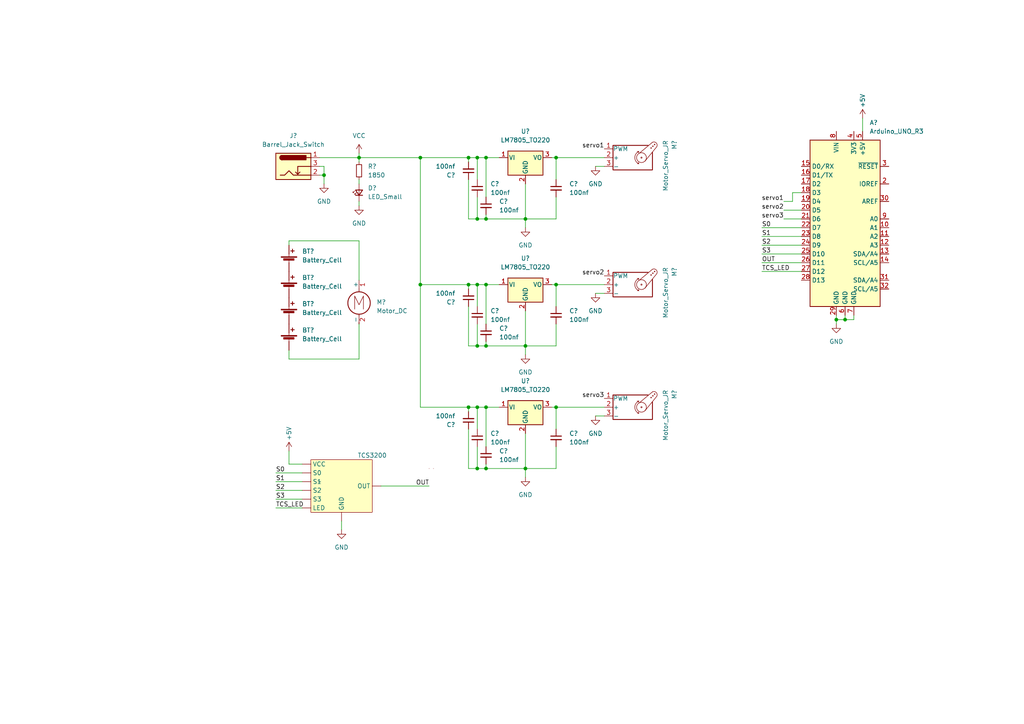
<source format=kicad_sch>
(kicad_sch (version 20230121) (generator eeschema)
  (paper "A4")
  (lib_symbols
    (symbol "Connector:Barrel_Jack_Switch" (pin_names hide)
      (property "Reference" "J" (at 0 5.334 0))
      (property "Value" "Barrel_Jack_Switch" (at 0 -5.08 0))
      (symbol "Barrel_Jack_Switch_0_1"
        (rectangle (start -5.08 3.81) (end 5.08 -3.81) (stroke (width 0.254)) (fill (type background)))
        (arc (start -3.302 3.175) (mid -3.9343 2.54) (end -3.302 1.905) (stroke (width 0.254)))
        (arc (start -3.302 3.175) (mid -3.9343 2.54) (end -3.302 1.905) (stroke (width 0.254)) (fill (type outline)))
        (polyline (pts (xy 1.27 -2.286) (xy 1.905 -1.651)) (stroke (width 0.254)))
        (polyline (pts (xy 5.08 2.54) (xy 3.81 2.54)) (stroke (width 0.254)))
        (polyline (pts (xy 5.08 0) (xy 1.27 0) (xy 1.27 -2.286) (xy 0.635 -1.651)) (stroke (width 0.254)))
        (polyline (pts (xy -3.81 -2.54) (xy -2.54 -2.54) (xy -1.27 -1.27) (xy 0 -2.54) (xy 2.54 -2.54) (xy 5.08 -2.54)) (stroke (width 0.254)))
        (rectangle (start 3.683 3.175) (end -3.302 1.905) (stroke (width 0.254)) (fill (type outline)))
      )
      (symbol "Barrel_Jack_Switch_1_1"
        (pin passive line (at 7.62 2.54 180) (length 2.54) (name "~") (number "1"))
        (pin passive line (at 7.62 -2.54 180) (length 2.54) (name "~") (number "2"))
        (pin passive line (at 7.62 0 180) (length 2.54) (name "~") (number "3"))
      )
    )
    (symbol "Device:Battery_Cell" (pin_numbers hide) (pin_names (offset 0) hide)
      (property "Reference" "BT" (at 2.54 2.54 0))
      (property "Value" "Battery_Cell" (at 2.54 0 0))
      (symbol "Battery_Cell_0_1"
        (rectangle (start -2.286 1.778) (end 2.286 1.524) (fill (type outline)))
        (rectangle (start -1.5748 1.1938) (end 1.4732 0.6858) (fill (type outline)))
        (polyline (pts (xy 0 0.762) (xy 0 0)))
        (polyline (pts (xy 0 1.778) (xy 0 2.54)))
        (polyline (pts (xy 0.508 3.429) (xy 1.524 3.429)) (stroke (width 0.254)))
        (polyline (pts (xy 1.016 3.937) (xy 1.016 2.921)) (stroke (width 0.254)))
      )
      (symbol "Battery_Cell_1_1"
        (pin passive line (at 0 5.08 270) (length 2.54) (name "+") (number "1"))
        (pin passive line (at 0 -2.54 90) (length 2.54) (name "-") (number "2"))
      )
    )
    (symbol "Device:C_Small" (pin_numbers hide) (pin_names (offset 0.254) hide)
      (property "Reference" "C" (at 0.254 1.778 0))
      (property "Value" "C_Small" (at 0.254 -2.032 0))
      (symbol "C_Small_0_1"
        (polyline (pts (xy -1.524 -0.508) (xy 1.524 -0.508)) (stroke (width 0.3302)))
        (polyline (pts (xy -1.524 0.508) (xy 1.524 0.508)) (stroke (width 0.3048)))
      )
      (symbol "C_Small_1_1"
        (pin passive line (at 0 2.54 270) (length 2.032) (name "~") (number "1"))
        (pin passive line (at 0 -2.54 90) (length 2.032) (name "~") (number "2"))
      )
    )
    (symbol "Device:LED_Small" (pin_numbers hide) (pin_names (offset 0.254) hide)
      (property "Reference" "D" (at -1.27 3.175 0))
      (property "Value" "LED_Small" (at -4.445 -2.54 0))
      (symbol "LED_Small_0_1"
        (polyline (pts (xy -0.762 -1.016) (xy -0.762 1.016)) (stroke (width 0.254)))
        (polyline (pts (xy 1.016 0) (xy -0.762 0)))
        (polyline (pts (xy 0.762 -1.016) (xy -0.762 0) (xy 0.762 1.016) (xy 0.762 -1.016)) (stroke (width 0.254)))
        (polyline (pts (xy 0 0.762) (xy -0.508 1.27) (xy -0.254 1.27) (xy -0.508 1.27) (xy -0.508 1.016)))
        (polyline (pts (xy 0.508 1.27) (xy 0 1.778) (xy 0.254 1.778) (xy 0 1.778) (xy 0 1.524)))
      )
      (symbol "LED_Small_1_1"
        (pin passive line (at -2.54 0 0) (length 1.778) (name "K") (number "1"))
        (pin passive line (at 2.54 0 180) (length 1.778) (name "A") (number "2"))
      )
    )
    (symbol "Device:R_Small" (pin_numbers hide) (pin_names (offset 0.254) hide)
      (property "Reference" "R" (at 0.762 0.508 0))
      (property "Value" "R_Small" (at 0.762 -1.016 0))
      (symbol "R_Small_0_1"
        (rectangle (start -0.762 1.778) (end 0.762 -1.778) (stroke (width 0.2032)))
      )
      (symbol "R_Small_1_1"
        (pin passive line (at 0 2.54 270) (length 0.762) (name "~") (number "1"))
        (pin passive line (at 0 -2.54 90) (length 0.762) (name "~") (number "2"))
      )
    )
    (symbol "MCU_Module:Arduino_UNO_R3"
      (property "Reference" "A" (at -10.16 23.495 0))
      (property "Value" "Arduino_UNO_R3" (at 5.08 -26.67 0))
      (symbol "Arduino_UNO_R3_0_1"
        (rectangle (start -10.16 22.86) (end 10.16 -25.4) (stroke (width 0.254)) (fill (type background)))
      )
      (symbol "Arduino_UNO_R3_1_1"
        (pin no_connect line (at -10.16 -20.32 0) (length 2.54) hide (name "NC") (number "1"))
        (pin bidirectional line (at 12.7 -2.54 180) (length 2.54) (name "A1") (number "10"))
        (pin bidirectional line (at 12.7 -5.08 180) (length 2.54) (name "A2") (number "11"))
        (pin bidirectional line (at 12.7 -7.62 180) (length 2.54) (name "A3") (number "12"))
        (pin bidirectional line (at 12.7 -10.16 180) (length 2.54) (name "SDA/A4") (number "13"))
        (pin bidirectional line (at 12.7 -12.7 180) (length 2.54) (name "SCL/A5") (number "14"))
        (pin bidirectional line (at -12.7 15.24 0) (length 2.54) (name "D0/RX") (number "15"))
        (pin bidirectional line (at -12.7 12.7 0) (length 2.54) (name "D1/TX") (number "16"))
        (pin bidirectional line (at -12.7 10.16 0) (length 2.54) (name "D2") (number "17"))
        (pin bidirectional line (at -12.7 7.62 0) (length 2.54) (name "D3") (number "18"))
        (pin bidirectional line (at -12.7 5.08 0) (length 2.54) (name "D4") (number "19"))
        (pin output line (at 12.7 10.16 180) (length 2.54) (name "IOREF") (number "2"))
        (pin bidirectional line (at -12.7 2.54 0) (length 2.54) (name "D5") (number "20"))
        (pin bidirectional line (at -12.7 0 0) (length 2.54) (name "D6") (number "21"))
        (pin bidirectional line (at -12.7 -2.54 0) (length 2.54) (name "D7") (number "22"))
        (pin bidirectional line (at -12.7 -5.08 0) (length 2.54) (name "D8") (number "23"))
        (pin bidirectional line (at -12.7 -7.62 0) (length 2.54) (name "D9") (number "24"))
        (pin bidirectional line (at -12.7 -10.16 0) (length 2.54) (name "D10") (number "25"))
        (pin bidirectional line (at -12.7 -12.7 0) (length 2.54) (name "D11") (number "26"))
        (pin bidirectional line (at -12.7 -15.24 0) (length 2.54) (name "D12") (number "27"))
        (pin bidirectional line (at -12.7 -17.78 0) (length 2.54) (name "D13") (number "28"))
        (pin power_in line (at -2.54 -27.94 90) (length 2.54) (name "GND") (number "29"))
        (pin input line (at 12.7 15.24 180) (length 2.54) (name "~{RESET}") (number "3"))
        (pin input line (at 12.7 5.08 180) (length 2.54) (name "AREF") (number "30"))
        (pin bidirectional line (at 12.7 -17.78 180) (length 2.54) (name "SDA/A4") (number "31"))
        (pin bidirectional line (at 12.7 -20.32 180) (length 2.54) (name "SCL/A5") (number "32"))
        (pin power_out line (at 2.54 25.4 270) (length 2.54) (name "3V3") (number "4"))
        (pin power_out line (at 5.08 25.4 270) (length 2.54) (name "+5V") (number "5"))
        (pin power_in line (at 0 -27.94 90) (length 2.54) (name "GND") (number "6"))
        (pin power_in line (at 2.54 -27.94 90) (length 2.54) (name "GND") (number "7"))
        (pin power_in line (at -2.54 25.4 270) (length 2.54) (name "VIN") (number "8"))
        (pin bidirectional line (at 12.7 0 180) (length 2.54) (name "A0") (number "9"))
      )
    )
    (symbol "Motor:Motor_DC" (pin_names (offset 0))
      (property "Reference" "M" (at 2.54 2.54 0))
      (property "Value" "Motor_DC" (at 2.54 -5.08 0))
      (symbol "Motor_DC_0_0"
        (polyline (pts (xy -1.27 -3.302) (xy -1.27 0.508) (xy 0 -2.032) (xy 1.27 0.508) (xy 1.27 -3.302)))
      )
      (symbol "Motor_DC_0_1"
        (circle (center 0 -1.524) (radius 3.2512) (stroke (width 0.254)))
        (polyline (pts (xy 0 -7.62) (xy 0 -7.112)))
        (polyline (pts (xy 0 -4.7752) (xy 0 -5.1816)))
        (polyline (pts (xy 0 1.7272) (xy 0 2.0828)))
        (polyline (pts (xy 0 2.032) (xy 0 2.54)))
      )
      (symbol "Motor_DC_1_1"
        (pin passive line (at 0 5.08 270) (length 2.54) (name "+") (number "1"))
        (pin passive line (at 0 -7.62 90) (length 2.54) (name "-") (number "2"))
      )
    )
    (symbol "Motor:Motor_Servo_JR" (pin_names (offset 0.0254))
      (property "Reference" "M" (at -5.08 4.445 0))
      (property "Value" "Motor_Servo_JR" (at -5.08 -4.064 0))
      (symbol "Motor_Servo_JR_0_1"
        (polyline (pts (xy 2.413 -1.778) (xy 2.032 -1.778)))
        (polyline (pts (xy 2.413 -1.778) (xy 2.286 -1.397)))
        (polyline (pts (xy 2.413 1.778) (xy 1.905 1.778)))
        (polyline (pts (xy 2.413 1.778) (xy 2.286 1.397)))
        (polyline (pts (xy 6.35 4.445) (xy 2.54 1.27)))
        (polyline (pts (xy 7.62 3.175) (xy 4.191 -1.016)))
        (polyline (pts (xy 5.08 3.556) (xy -5.08 3.556) (xy -5.08 -3.556) (xy 6.35 -3.556) (xy 6.35 1.524)) (stroke (width 0.254)))
        (arc (start 2.413 1.778) (mid 1.2406 0) (end 2.413 -1.778))
        (circle (center 3.175 0) (radius 0.1778))
        (circle (center 3.175 0) (radius 1.4224))
        (circle (center 5.969 2.794) (radius 0.127))
        (circle (center 6.477 3.302) (radius 0.127))
        (circle (center 6.985 3.81) (radius 0.127))
        (arc (start 7.62 3.175) (mid 7.4485 4.2735) (end 6.35 4.445))
      )
      (symbol "Motor_Servo_JR_1_1"
        (pin passive line (at -7.62 2.54 0) (length 2.54) (name "PWM") (number "1"))
        (pin passive line (at -7.62 0 0) (length 2.54) (name "+") (number "2"))
        (pin passive line (at -7.62 -2.54 0) (length 2.54) (name "-") (number "3"))
      )
    )
    (symbol "Regulator_Linear:LM7805_TO220" (pin_names (offset 0.254))
      (property "Reference" "U" (at -3.81 3.175 0))
      (property "Value" "LM7805_TO220" (at 0 3.175 0))
      (symbol "LM7805_TO220_0_1"
        (rectangle (start -5.08 1.905) (end 5.08 -5.08) (stroke (width 0.254)) (fill (type background)))
      )
      (symbol "LM7805_TO220_1_1"
        (pin power_in line (at -7.62 0 0) (length 2.54) (name "VI") (number "1"))
        (pin power_in line (at 0 -7.62 90) (length 2.54) (name "GND") (number "2"))
        (pin power_out line (at 7.62 0 180) (length 2.54) (name "VO") (number "3"))
      )
    )
    (symbol "Sensor:TCS3200"
      (property "Reference" "TCS3200" (at 6.35 7.62 0))
      (symbol "TCS3200_0_1"
        (rectangle (start 31.75 3.81) (end 31.75 3.81))
        (rectangle (start 33.02 3.81) (end 33.02 3.81))
      )
      (symbol "TCS3200_1_1"
        (rectangle (start -2.54 6.35) (end 15.24 -8.89) (fill (type background)))
        (pin power_in line (at 6.35 -11.43 90) (length 2.54) (name "GND") (number ""))
        (pin input line (at -5.08 -7.62 0) (length 2.54) (name "LED") (number ""))
        (pin output line (at 17.78 -1.27 180) (length 2.54) (name "OUT") (number ""))
        (pin input line (at -5.08 2.54 0) (length 2.54) (name "S0") (number ""))
        (pin input line (at -5.08 0 0) (length 2.54) (name "S1") (number ""))
        (pin input line (at -5.08 -2.54 0) (length 2.54) (name "S2") (number ""))
        (pin input line (at -5.08 -5.08 0) (length 2.54) (name "S3") (number ""))
        (pin power_in line (at -5.08 5.08 0) (length 2.54) (name "VCC") (number ""))
      )
    )
    (symbol "power:+5V" (power) (pin_names (offset 0))
      (property "Value" "+5V" (at 0 3.556 0))
      (symbol "+5V_0_1"
        (polyline (pts (xy -0.762 1.27) (xy 0 2.54)))
        (polyline (pts (xy 0 0) (xy 0 2.54)))
        (polyline (pts (xy 0 2.54) (xy 0.762 1.27)))
      )
      (symbol "+5V_1_1"
        (pin power_in line (at 0 0 90) (length 0) hide (name "+5V") (number "1"))
      )
    )
    (symbol "power:GND" (power) (pin_names (offset 0))
      (property "Value" "GND" (at 0 -3.81 0))
      (symbol "GND_0_1"
        (polyline (pts (xy 0 0) (xy 0 -1.27) (xy 1.27 -1.27) (xy 0 -2.54) (xy -1.27 -1.27) (xy 0 -1.27)))
      )
      (symbol "GND_1_1"
        (pin power_in line (at 0 0 270) (length 0) hide (name "GND") (number "1"))
      )
    )
    (symbol "power:VCC" (power) (pin_names (offset 0))
      (property "Value" "VCC" (at 0 3.81 0))
      (symbol "VCC_0_1"
        (polyline (pts (xy -0.762 1.27) (xy 0 2.54)))
        (polyline (pts (xy 0 0) (xy 0 2.54)))
        (polyline (pts (xy 0 2.54) (xy 0.762 1.27)))
      )
      (symbol "VCC_1_1"
        (pin power_in line (at 0 0 90) (length 0) hide (name "VCC") (number "1"))
      )
    )
  )
  (junction (at 161.29 118.11))
  (junction (at 138.43 45.72))
  (junction (at 140.97 100.33))
  (junction (at 152.4 100.33))
  (junction (at 152.4 63.5))
  (junction (at 140.97 118.11))
  (junction (at 104.14 45.72))
  (junction (at 121.92 82.55))
  (junction (at 135.89 82.55))
  (junction (at 138.43 118.11))
  (junction (at 140.97 82.55))
  (junction (at 245.11 92.71))
  (junction (at 138.43 82.55))
  (junction (at 140.97 63.5))
  (junction (at 138.43 63.5))
  (junction (at 152.4 135.89))
  (junction (at 140.97 45.72))
  (junction (at 135.89 118.11))
  (junction (at 138.43 100.33))
  (junction (at 138.43 135.89))
  (junction (at 161.29 45.72))
  (junction (at 242.57 92.71))
  (junction (at 121.92 45.72))
  (junction (at 93.98 50.8))
  (junction (at 161.29 82.55))
  (junction (at 135.89 45.72))
  (junction (at 140.97 135.89))
  (wire (pts (xy 140.97 135.89) (xy 140.97 134.62)))
  (wire (pts (xy 135.89 118.11) (xy 135.89 119.38)))
  (wire (pts (xy 121.92 118.11) (xy 121.92 82.55)))
  (wire (pts (xy 220.98 71.12) (xy 232.41 71.12)))
  (wire (pts (xy 93.98 48.26) (xy 93.98 50.8)))
  (wire (pts (xy 160.02 45.72) (xy 161.29 45.72)))
  (wire (pts (xy 161.29 135.89) (xy 152.4 135.89)))
  (wire (pts (xy 220.98 76.2) (xy 232.41 76.2)))
  (wire (pts (xy 220.98 68.58) (xy 232.41 68.58)))
  (wire (pts (xy 229.87 58.42) (xy 229.87 55.88)))
  (wire (pts (xy 160.02 118.11) (xy 161.29 118.11)))
  (wire (pts (xy 83.82 71.12) (xy 83.82 69.85)))
  (wire (pts (xy 138.43 82.55) (xy 138.43 88.9)))
  (wire (pts (xy 135.89 82.55) (xy 121.92 82.55)))
  (wire (pts (xy 140.97 45.72) (xy 144.78 45.72)))
  (wire (pts (xy 104.14 53.34) (xy 104.14 52.07)))
  (wire (pts (xy 172.72 48.26) (xy 175.26 48.26)))
  (wire (pts (xy 161.29 45.72) (xy 175.26 45.72)))
  (wire (pts (xy 172.72 85.09) (xy 175.26 85.09)))
  (wire (pts (xy 83.82 101.6) (xy 83.82 104.14)))
  (wire (pts (xy 104.14 59.69) (xy 104.14 58.42)))
  (wire (pts (xy 135.89 135.89) (xy 138.43 135.89)))
  (wire (pts (xy 93.98 50.8) (xy 93.98 53.34)))
  (wire (pts (xy 110.49 140.97) (xy 124.46 140.97)))
  (wire (pts (xy 161.29 45.72) (xy 161.29 52.07)))
  (wire (pts (xy 135.89 100.33) (xy 138.43 100.33)))
  (wire (pts (xy 80.01 142.24) (xy 87.63 142.24)))
  (wire (pts (xy 161.29 118.11) (xy 175.26 118.11)))
  (wire (pts (xy 242.57 92.71) (xy 242.57 91.44)))
  (wire (pts (xy 138.43 118.11) (xy 138.43 124.46)))
  (wire (pts (xy 245.11 92.71) (xy 247.65 92.71)))
  (wire (pts (xy 220.98 73.66) (xy 232.41 73.66)))
  (wire (pts (xy 152.4 53.34) (xy 152.4 63.5)))
  (wire (pts (xy 140.97 118.11) (xy 140.97 129.54)))
  (wire (pts (xy 152.4 125.73) (xy 152.4 135.89)))
  (wire (pts (xy 242.57 92.71) (xy 245.11 92.71)))
  (wire (pts (xy 247.65 91.44) (xy 247.65 92.71)))
  (wire (pts (xy 140.97 82.55) (xy 140.97 93.98)))
  (wire (pts (xy 227.33 63.5) (xy 232.41 63.5)))
  (wire (pts (xy 161.29 93.98) (xy 161.29 100.33)))
  (wire (pts (xy 104.14 45.72) (xy 121.92 45.72)))
  (wire (pts (xy 104.14 104.14) (xy 104.14 93.98)))
  (wire (pts (xy 140.97 82.55) (xy 144.78 82.55)))
  (wire (pts (xy 83.82 104.14) (xy 104.14 104.14)))
  (wire (pts (xy 152.4 100.33) (xy 140.97 100.33)))
  (wire (pts (xy 160.02 82.55) (xy 161.29 82.55)))
  (wire (pts (xy 138.43 118.11) (xy 140.97 118.11)))
  (wire (pts (xy 227.33 58.42) (xy 229.87 58.42)))
  (wire (pts (xy 161.29 118.11) (xy 161.29 124.46)))
  (wire (pts (xy 138.43 45.72) (xy 140.97 45.72)))
  (wire (pts (xy 99.06 151.13) (xy 99.06 153.67)))
  (wire (pts (xy 138.43 63.5) (xy 140.97 63.5)))
  (wire (pts (xy 172.72 120.65) (xy 175.26 120.65)))
  (wire (pts (xy 138.43 57.15) (xy 138.43 63.5)))
  (wire (pts (xy 161.29 63.5) (xy 152.4 63.5)))
  (wire (pts (xy 220.98 66.04) (xy 232.41 66.04)))
  (wire (pts (xy 135.89 88.9) (xy 135.89 100.33)))
  (wire (pts (xy 121.92 82.55) (xy 121.92 45.72)))
  (wire (pts (xy 104.14 44.45) (xy 104.14 45.72)))
  (wire (pts (xy 104.14 69.85) (xy 104.14 81.28)))
  (wire (pts (xy 152.4 66.04) (xy 152.4 63.5)))
  (wire (pts (xy 135.89 45.72) (xy 138.43 45.72)))
  (wire (pts (xy 161.29 82.55) (xy 175.26 82.55)))
  (wire (pts (xy 250.19 34.29) (xy 250.19 38.1)))
  (wire (pts (xy 152.4 102.87) (xy 152.4 100.33)))
  (wire (pts (xy 80.01 137.16) (xy 87.63 137.16)))
  (wire (pts (xy 152.4 90.17) (xy 152.4 100.33)))
  (wire (pts (xy 135.89 118.11) (xy 121.92 118.11)))
  (wire (pts (xy 161.29 57.15) (xy 161.29 63.5)))
  (wire (pts (xy 220.98 78.74) (xy 232.41 78.74)))
  (wire (pts (xy 121.92 45.72) (xy 135.89 45.72)))
  (wire (pts (xy 140.97 63.5) (xy 140.97 62.23)))
  (wire (pts (xy 135.89 82.55) (xy 135.89 83.82)))
  (wire (pts (xy 92.71 45.72) (xy 104.14 45.72)))
  (wire (pts (xy 104.14 45.72) (xy 104.14 46.99)))
  (wire (pts (xy 138.43 100.33) (xy 140.97 100.33)))
  (wire (pts (xy 138.43 93.98) (xy 138.43 100.33)))
  (wire (pts (xy 135.89 124.46) (xy 135.89 135.89)))
  (wire (pts (xy 140.97 118.11) (xy 144.78 118.11)))
  (wire (pts (xy 135.89 118.11) (xy 138.43 118.11)))
  (wire (pts (xy 135.89 63.5) (xy 138.43 63.5)))
  (wire (pts (xy 161.29 100.33) (xy 152.4 100.33)))
  (wire (pts (xy 138.43 135.89) (xy 140.97 135.89)))
  (wire (pts (xy 242.57 93.98) (xy 242.57 92.71)))
  (wire (pts (xy 80.01 144.78) (xy 87.63 144.78)))
  (wire (pts (xy 92.71 48.26) (xy 93.98 48.26)))
  (wire (pts (xy 140.97 100.33) (xy 140.97 99.06)))
  (wire (pts (xy 138.43 45.72) (xy 138.43 52.07)))
  (wire (pts (xy 152.4 138.43) (xy 152.4 135.89)))
  (wire (pts (xy 140.97 45.72) (xy 140.97 57.15)))
  (wire (pts (xy 92.71 50.8) (xy 93.98 50.8)))
  (wire (pts (xy 80.01 139.7) (xy 87.63 139.7)))
  (wire (pts (xy 138.43 129.54) (xy 138.43 135.89)))
  (wire (pts (xy 83.82 130.81) (xy 83.82 134.62)))
  (wire (pts (xy 138.43 82.55) (xy 140.97 82.55)))
  (wire (pts (xy 227.33 60.96) (xy 232.41 60.96)))
  (wire (pts (xy 161.29 129.54) (xy 161.29 135.89)))
  (wire (pts (xy 80.01 147.32) (xy 87.63 147.32)))
  (wire (pts (xy 135.89 52.07) (xy 135.89 63.5)))
  (wire (pts (xy 152.4 63.5) (xy 140.97 63.5)))
  (wire (pts (xy 161.29 82.55) (xy 161.29 88.9)))
  (wire (pts (xy 135.89 45.72) (xy 135.89 46.99)))
  (wire (pts (xy 229.87 55.88) (xy 232.41 55.88)))
  (wire (pts (xy 83.82 134.62) (xy 87.63 134.62)))
  (wire (pts (xy 152.4 135.89) (xy 140.97 135.89)))
  (wire (pts (xy 245.11 91.44) (xy 245.11 92.71)))
  (wire (pts (xy 135.89 82.55) (xy 138.43 82.55)))
  (wire (pts (xy 83.82 69.85) (xy 104.14 69.85)))
  (label "S2" (at 220.98 71.12 0))
  (label "servo2" (at 175.26 80.01 180))
  (label "TCS_LED" (at 80.01 147.32 0))
  (label "S1" (at 220.98 68.58 0))
  (label "S3" (at 80.01 144.78 0))
  (label "OUT" (at 124.46 140.97 180))
  (label "S3" (at 220.98 73.66 0))
  (label "TCS_LED" (at 220.98 78.74 0))
  (label "S0" (at 220.98 66.04 0))
  (label "servo1" (at 175.26 43.18 180))
  (label "S2" (at 80.01 142.24 0))
  (label "servo1" (at 227.33 58.42 180))
  (label "servo3" (at 175.26 115.57 180))
  (label "servo3" (at 227.33 63.5 180))
  (label "servo2" (at 227.33 60.96 180))
  (label "S1" (at 80.01 139.7 0))
  (label "OUT" (at 220.98 76.2 0))
  (label "S0" (at 80.01 137.16 0))
  (symbol (lib_id "power:GND") (at 152.4 138.43 0) (unit 1)
    (property "Reference" "#PWR?" (effects hide))
    (property "Value" "GND" (at 152.4 143.51 0))
  )
  (symbol (lib_id "Device:C_Small") (at 138.43 54.61 0) (unit 1)
    (property "Reference" "C?" (at 142.24 53.34 0) (effects (justify left)))
    (property "Value" "100nf" (at 142.24 55.88 0) (effects (justify left)))
  )
  (symbol (lib_id "Regulator_Linear:LM7805_TO220") (at 152.4 118.11 0) (unit 1)
    (property "Reference" "U?" (at 152.4 110.49 0))
    (property "Value" "LM7805_TO220" (at 152.4 113.03 0))
    (property "Footprint" "Package_TO_SOT_THT:TO-220-3_Vertical" (effects hide))
    (property "Datasheet" "https://www.onsemi.cn/PowerSolutions/document/MC7800-D.PDF" (effects hide))
  )
  (symbol (lib_id "power:GND") (at 99.06 153.67 0) (unit 1)
    (property "Reference" "#PWR01" (effects hide))
    (property "Value" "GND" (at 99.06 158.75 0))
  )
  (symbol (lib_id "Connector:Barrel_Jack_Switch") (at 85.09 48.26 0) (unit 1)
    (property "Reference" "J?" (at 85.09 39.37 0))
    (property "Value" "Barrel_Jack_Switch" (at 85.09 41.91 0))
  )
  (symbol (lib_id "Motor:Motor_DC") (at 104.14 86.36 0) (unit 1)
    (property "Reference" "M?" (at 109.22 87.6299 0) (effects (justify left)))
    (property "Value" "Motor_DC" (at 109.22 90.1699 0) (effects (justify left)))
  )
  (symbol (lib_id "Motor:Motor_Servo_JR") (at 182.88 82.55 0) (unit 1)
    (property "Reference" "M?" (at 195.58 77.47 90) (effects (justify right)))
    (property "Value" "Motor_Servo_JR" (at 193.04 77.47 90) (effects (justify right)))
    (property "Datasheet" "http://forums.parallax.com/uploads/attachments/46831/74481.png" (effects hide))
  )
  (symbol (lib_id "Device:R_Small") (at 104.14 49.53 0) (unit 1)
    (property "Reference" "R?" (at 106.68 48.2599 0) (effects (justify left)))
    (property "Value" "1850" (at 106.68 50.7999 0) (effects (justify left)))
  )
  (symbol (lib_id "Motor:Motor_Servo_JR") (at 182.88 118.11 0) (unit 1)
    (property "Reference" "M?" (at 195.58 113.03 90) (effects (justify right)))
    (property "Value" "Motor_Servo_JR" (at 193.04 113.03 90) (effects (justify right)))
    (property "Datasheet" "http://forums.parallax.com/uploads/attachments/46831/74481.png" (effects hide))
  )
  (symbol (lib_id "power:VCC") (at 104.14 44.45 0) (unit 1)
    (property "Reference" "#PWR?" (effects hide))
    (property "Value" "VCC" (at 104.14 39.37 0))
  )
  (symbol (lib_id "power:GND") (at 104.14 59.69 0) (unit 1)
    (property "Reference" "#PWR?" (effects hide))
    (property "Value" "GND" (at 104.14 64.77 0))
  )
  (symbol (lib_id "Device:Battery_Cell") (at 83.82 76.2 0) (unit 1)
    (property "Reference" "BT?" (at 87.63 72.8979 0) (effects (justify left)))
    (property "Value" "Battery_Cell" (at 87.63 75.4379 0) (effects (justify left)))
  )
  (symbol (lib_id "Regulator_Linear:LM7805_TO220") (at 152.4 45.72 0) (unit 1)
    (property "Reference" "U?" (at 152.4 38.1 0))
    (property "Value" "LM7805_TO220" (at 152.4 40.64 0))
    (property "Footprint" "Package_TO_SOT_THT:TO-220-3_Vertical" (effects hide))
    (property "Datasheet" "https://www.onsemi.cn/PowerSolutions/document/MC7800-D.PDF" (effects hide))
  )
  (symbol (lib_id "power:GND") (at 172.72 120.65 0) (unit 1)
    (property "Reference" "#PWR?" (effects hide))
    (property "Value" "GND" (at 172.72 125.73 0))
  )
  (symbol (lib_id "Device:Battery_Cell") (at 83.82 83.82 0) (unit 1)
    (property "Reference" "BT?" (at 87.63 80.5179 0) (effects (justify left)))
    (property "Value" "Battery_Cell" (at 87.63 83.0579 0) (effects (justify left)))
  )
  (symbol (lib_id "power:GND") (at 152.4 102.87 0) (unit 1)
    (property "Reference" "#PWR?" (effects hide))
    (property "Value" "GND" (at 152.4 107.95 0))
  )
  (symbol (lib_id "MCU_Module:Arduino_UNO_R3") (at 245.11 63.5 0) (unit 1)
    (property "Reference" "A?" (at 252.2094 35.56 0) (effects (justify left)))
    (property "Value" "Arduino_UNO_R3" (at 252.2094 38.1 0) (effects (justify left)))
    (property "Footprint" "Module:Arduino_UNO_R3" (effects hide))
    (property "Datasheet" "https://www.arduino.cc/en/Main/arduinoBoardUno" (effects hide))
  )
  (symbol (lib_id "power:GND") (at 172.72 48.26 0) (unit 1)
    (property "Reference" "#PWR?" (effects hide))
    (property "Value" "GND" (at 172.72 53.34 0))
  )
  (symbol (lib_id "Device:Battery_Cell") (at 83.82 99.06 0) (unit 1)
    (property "Reference" "BT?" (at 87.63 95.7579 0) (effects (justify left)))
    (property "Value" "Battery_Cell" (at 87.63 98.2979 0) (effects (justify left)))
  )
  (symbol (lib_id "Device:C_Small") (at 161.29 91.44 0) (unit 1)
    (property "Reference" "C?" (at 165.1 90.17 0) (effects (justify left)))
    (property "Value" "100nf" (at 165.1 92.71 0) (effects (justify left)))
  )
  (symbol (lib_id "Regulator_Linear:LM7805_TO220") (at 152.4 82.55 0) (unit 1)
    (property "Reference" "U?" (at 152.4 74.93 0))
    (property "Value" "LM7805_TO220" (at 152.4 77.47 0))
    (property "Footprint" "Package_TO_SOT_THT:TO-220-3_Vertical" (effects hide))
    (property "Datasheet" "https://www.onsemi.cn/PowerSolutions/document/MC7800-D.PDF" (effects hide))
  )
  (symbol (lib_id "Device:LED_Small") (at 104.14 55.88 90) (unit 1)
    (property "Reference" "D?" (at 106.68 54.5464 90) (effects (justify right)))
    (property "Value" "LED_Small" (at 106.68 57.0864 90) (effects (justify right)))
  )
  (symbol (lib_id "power:GND") (at 93.98 53.34 0) (unit 1)
    (property "Reference" "#PWR?" (effects hide))
    (property "Value" "GND" (at 93.98 58.42 0))
  )
  (symbol (lib_id "Device:C_Small") (at 135.89 121.92 180) (unit 1)
    (property "Reference" "C?" (at 132.08 123.19 0) (effects (justify left)))
    (property "Value" "100nf" (at 132.08 120.65 0) (effects (justify left)))
  )
  (symbol (lib_id "power:GND") (at 152.4 66.04 0) (unit 1)
    (property "Reference" "#PWR?" (effects hide))
    (property "Value" "GND" (at 152.4 71.12 0))
  )
  (symbol (lib_id "power:GND") (at 172.72 85.09 0) (unit 1)
    (property "Reference" "#PWR?" (effects hide))
    (property "Value" "GND" (at 172.72 90.17 0))
  )
  (symbol (lib_id "power:+5V") (at 250.19 34.29 0) (unit 1)
    (property "Reference" "#PWR02" (effects hide))
    (property "Value" "+5V" (at 250.19 29.21 90))
  )
  (symbol (lib_id "power:+5V") (at 83.82 130.81 0) (unit 1)
    (property "Reference" "#PWR03" (effects hide))
    (property "Value" "+5V" (at 83.82 125.73 90))
  )
  (symbol (lib_id "Device:C_Small") (at 161.29 127 0) (unit 1)
    (property "Reference" "C?" (at 165.1 125.73 0) (effects (justify left)))
    (property "Value" "100nf" (at 165.1 128.27 0) (effects (justify left)))
  )
  (symbol (lib_id "Device:C_Small") (at 140.97 132.08 0) (unit 1)
    (property "Reference" "C?" (at 144.78 130.81 0) (effects (justify left)))
    (property "Value" "100nf" (at 144.78 133.35 0) (effects (justify left)))
  )
  (symbol (lib_id "Device:C_Small") (at 140.97 59.69 0) (unit 1)
    (property "Reference" "C?" (at 144.78 58.42 0) (effects (justify left)))
    (property "Value" "100nf" (at 144.78 60.96 0) (effects (justify left)))
  )
  (symbol (lib_id "Motor:Motor_Servo_JR") (at 182.88 45.72 0) (unit 1)
    (property "Reference" "M?" (at 195.58 40.64 90) (effects (justify right)))
    (property "Value" "Motor_Servo_JR" (at 193.04 40.64 90) (effects (justify right)))
    (property "Datasheet" "http://forums.parallax.com/uploads/attachments/46831/74481.png" (effects hide))
  )
  (symbol (lib_id "Device:C_Small") (at 138.43 91.44 0) (unit 1)
    (property "Reference" "C?" (at 142.24 90.17 0) (effects (justify left)))
    (property "Value" "100nf" (at 142.24 92.71 0) (effects (justify left)))
  )
  (symbol (lib_id "Device:C_Small") (at 161.29 54.61 0) (unit 1)
    (property "Reference" "C?" (at 165.1 53.34 0) (effects (justify left)))
    (property "Value" "100nf" (at 165.1 55.88 0) (effects (justify left)))
  )
  (symbol (lib_id "Device:Battery_Cell") (at 83.82 91.44 0) (unit 1)
    (property "Reference" "BT?" (at 87.63 88.1379 0) (effects (justify left)))
    (property "Value" "Battery_Cell" (at 87.63 90.6779 0) (effects (justify left)))
  )
  (symbol (lib_id "Device:C_Small") (at 135.89 86.36 180) (unit 1)
    (property "Reference" "C?" (at 132.08 87.63 0) (effects (justify left)))
    (property "Value" "100nf" (at 132.08 85.09 0) (effects (justify left)))
  )
  (symbol (lib_id "Device:C_Small") (at 140.97 96.52 0) (unit 1)
    (property "Reference" "C?" (at 144.78 95.25 0) (effects (justify left)))
    (property "Value" "100nf" (at 144.78 97.79 0) (effects (justify left)))
  )
  (symbol (lib_id "Sensor:TCS3200") (at 92.71 139.7 0) (unit 1)
    (property "Reference" "TCS3200" (at 107.95 132.08 0))
    (property "Value" "~" (at 92.71 139.7 0))
  )
  (symbol (lib_id "Device:C_Small") (at 138.43 127 0) (unit 1)
    (property "Reference" "C?" (at 142.24 125.73 0) (effects (justify left)))
    (property "Value" "100nf" (at 142.24 128.27 0) (effects (justify left)))
  )
  (symbol (lib_id "Device:C_Small") (at 135.89 49.53 180) (unit 1)
    (property "Reference" "C?" (at 132.08 50.8 0) (effects (justify left)))
    (property "Value" "100nf" (at 132.08 48.26 0) (effects (justify left)))
  )
  (symbol (lib_id "power:GND") (at 242.57 93.98 0) (unit 1)
    (property "Reference" "#PWR?" (effects hide))
    (property "Value" "GND" (at 242.57 99.06 0))
  )
)
</source>
